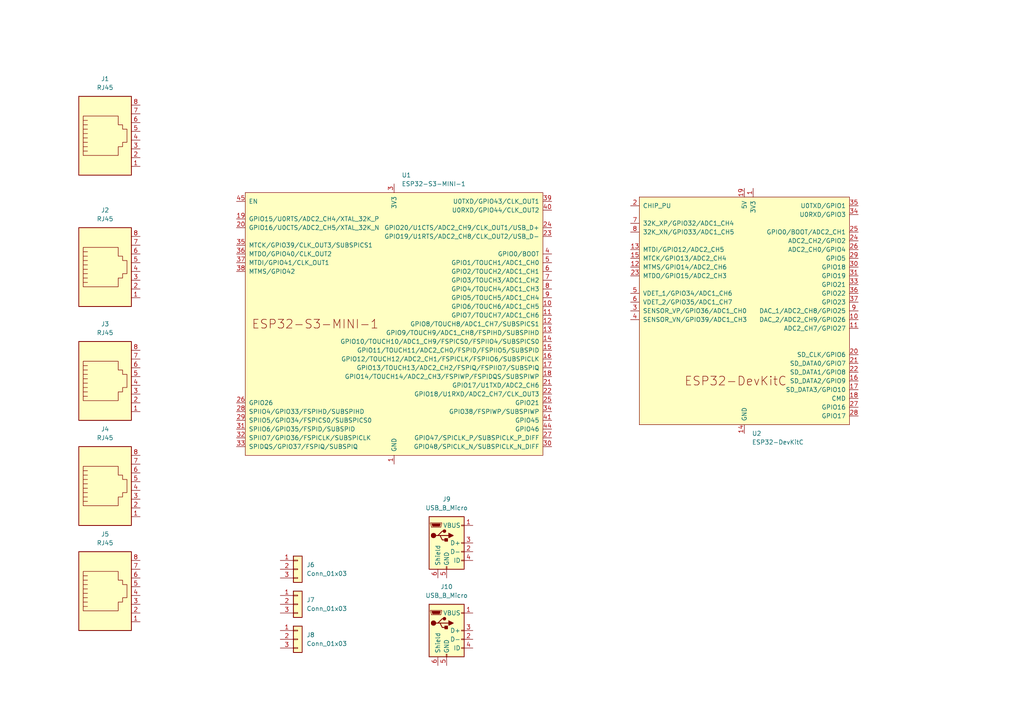
<source format=kicad_sch>
(kicad_sch (version 20230121) (generator eeschema)
  (paper "A4")
  (lib_symbols
    (symbol "Connector:RJ45" (pin_names (offset 1.016))
      (property "Reference" "J" (at -5.08 13.97 0))
      (property "Value" "RJ45" (at 2.54 13.97 0))
      (symbol "RJ45_0_1"
        (polyline (pts (xy -5.08 4.445) (xy -6.35 4.445)))
        (polyline (pts (xy -5.08 5.715) (xy -6.35 5.715)))
        (polyline (pts (xy -6.35 -3.175) (xy -5.08 -3.175) (xy -5.08 -3.175)))
        (polyline (pts (xy -6.35 -1.905) (xy -5.08 -1.905) (xy -5.08 -1.905)))
        (polyline (pts (xy -6.35 -0.635) (xy -5.08 -0.635) (xy -5.08 -0.635)))
        (polyline (pts (xy -6.35 0.635) (xy -5.08 0.635) (xy -5.08 0.635)))
        (polyline (pts (xy -6.35 1.905) (xy -5.08 1.905) (xy -5.08 1.905)))
        (polyline (pts (xy -5.08 3.175) (xy -6.35 3.175) (xy -6.35 3.175)))
        (polyline (pts (xy -6.35 -4.445) (xy -6.35 6.985) (xy 3.81 6.985) (xy 3.81 4.445) (xy 5.08 4.445) (xy 5.08 3.175) (xy 6.35 3.175) (xy 6.35 -0.635) (xy 5.08 -0.635) (xy 5.08 -1.905) (xy 3.81 -1.905) (xy 3.81 -4.445) (xy -6.35 -4.445) (xy -6.35 -4.445)))
        (rectangle (start 7.62 12.7) (end -7.62 -10.16) (stroke (width 0.254)) (fill (type background)))
      )
      (symbol "RJ45_1_1"
        (pin passive line (at 10.16 -7.62 180) (length 2.54) (name "~") (number "1"))
        (pin passive line (at 10.16 -5.08 180) (length 2.54) (name "~") (number "2"))
        (pin passive line (at 10.16 -2.54 180) (length 2.54) (name "~") (number "3"))
        (pin passive line (at 10.16 0 180) (length 2.54) (name "~") (number "4"))
        (pin passive line (at 10.16 2.54 180) (length 2.54) (name "~") (number "5"))
        (pin passive line (at 10.16 5.08 180) (length 2.54) (name "~") (number "6"))
        (pin passive line (at 10.16 7.62 180) (length 2.54) (name "~") (number "7"))
        (pin passive line (at 10.16 10.16 180) (length 2.54) (name "~") (number "8"))
      )
    )
    (symbol "Connector:USB_B_Micro" (pin_names (offset 1.016))
      (property "Reference" "J" (at -5.08 11.43 0))
      (property "Value" "USB_B_Micro" (at -5.08 8.89 0))
      (symbol "USB_B_Micro_0_1"
        (rectangle (start -5.08 -7.62) (end 5.08 7.62) (stroke (width 0.254)) (fill (type background)))
        (circle (center -3.81 2.159) (radius 0.635) (stroke (width 0.254)) (fill (type outline)))
        (circle (center -0.635 3.429) (radius 0.381) (stroke (width 0.254)) (fill (type outline)))
        (rectangle (start -0.127 -7.62) (end 0.127 -6.858))
        (polyline (pts (xy -1.905 2.159) (xy 0.635 2.159)) (stroke (width 0.254)))
        (polyline (pts (xy -3.175 2.159) (xy -2.54 2.159) (xy -1.27 3.429) (xy -0.635 3.429)) (stroke (width 0.254)))
        (polyline (pts (xy -2.54 2.159) (xy -1.905 2.159) (xy -1.27 0.889) (xy 0 0.889)) (stroke (width 0.254)))
        (polyline (pts (xy 0.635 2.794) (xy 0.635 1.524) (xy 1.905 2.159) (xy 0.635 2.794)) (stroke (width 0.254)) (fill (type outline)))
        (polyline (pts (xy -4.318 5.588) (xy -1.778 5.588) (xy -2.032 4.826) (xy -4.064 4.826) (xy -4.318 5.588)) (fill (type outline)))
        (polyline (pts (xy -4.699 5.842) (xy -4.699 5.588) (xy -4.445 4.826) (xy -4.445 4.572) (xy -1.651 4.572) (xy -1.651 4.826) (xy -1.397 5.588) (xy -1.397 5.842) (xy -4.699 5.842)))
        (rectangle (start 0.254 1.27) (end -0.508 0.508) (stroke (width 0.254)) (fill (type outline)))
        (rectangle (start 5.08 -5.207) (end 4.318 -4.953))
        (rectangle (start 5.08 -2.667) (end 4.318 -2.413))
        (rectangle (start 5.08 -0.127) (end 4.318 0.127))
        (rectangle (start 5.08 4.953) (end 4.318 5.207))
      )
      (symbol "USB_B_Micro_1_1"
        (pin power_out line (at 7.62 5.08 180) (length 2.54) (name "VBUS") (number "1"))
        (pin bidirectional line (at 7.62 -2.54 180) (length 2.54) (name "D-") (number "2"))
        (pin bidirectional line (at 7.62 0 180) (length 2.54) (name "D+") (number "3"))
        (pin passive line (at 7.62 -5.08 180) (length 2.54) (name "ID") (number "4"))
        (pin power_out line (at 0 -10.16 90) (length 2.54) (name "GND") (number "5"))
        (pin passive line (at -2.54 -10.16 90) (length 2.54) (name "Shield") (number "6"))
      )
    )
    (symbol "Connector_Generic:Conn_01x03" (pin_names (offset 1.016) hide)
      (property "Reference" "J" (at 0 5.08 0))
      (property "Value" "Conn_01x03" (at 0 -5.08 0))
      (symbol "Conn_01x03_1_1"
        (rectangle (start -1.27 -2.413) (end 0 -2.667) (stroke (width 0.1524)))
        (rectangle (start -1.27 0.127) (end 0 -0.127) (stroke (width 0.1524)))
        (rectangle (start -1.27 2.667) (end 0 2.413) (stroke (width 0.1524)))
        (rectangle (start -1.27 3.81) (end 1.27 -3.81) (stroke (width 0.254)) (fill (type background)))
        (pin passive line (at -5.08 2.54 0) (length 3.81) (name "Pin_1") (number "1"))
        (pin passive line (at -5.08 0 0) (length 3.81) (name "Pin_2") (number "2"))
        (pin passive line (at -5.08 -2.54 0) (length 3.81) (name "Pin_3") (number "3"))
      )
    )
    (symbol "PCM_Espressif:ESP32-DevKitC" (pin_names (offset 1.016))
      (property "Reference" "U" (at -30.48 38.1 0))
      (property "Value" "ESP32-DevKitC" (at -30.48 35.56 0))
      (symbol "ESP32-DevKitC_0_0"
        (text "ESP32-DevKitC" (at -2.54 -20.32 0) (effects (font (size 2.54 2.54))))
        (pin power_in line (at 0 -35.56 90) (length 2.54) (name "GND") (number "14"))
        (pin power_in line (at 0 35.56 270) (length 2.54) (name "5V") (number "19"))
      )
      (symbol "ESP32-DevKitC_0_1"
        (rectangle (start -30.48 33.02) (end 30.48 -33.02) (fill (type background)))
      )
      (symbol "ESP32-DevKitC_1_1"
        (pin power_in line (at 2.54 35.56 270) (length 2.54) (name "3V3") (number "1"))
        (pin bidirectional line (at 33.02 -2.54 180) (length 2.54) (name "DAC_2/ADC2_CH9/GPIO26") (number "10"))
        (pin bidirectional line (at 33.02 -5.08 180) (length 2.54) (name "ADC2_CH7/GPIO27") (number "11"))
        (pin bidirectional line (at -33.02 12.7 0) (length 2.54) (name "MTMS/GPIO14/ADC2_CH6") (number "12"))
        (pin bidirectional line (at -33.02 17.78 0) (length 2.54) (name "MTDI/GPIO12/ADC2_CH5") (number "13"))
        (pin bidirectional line (at -33.02 15.24 0) (length 2.54) (name "MTCK/GPIO13/ADC2_CH4") (number "15"))
        (pin bidirectional line (at 33.02 -20.32 180) (length 2.54) (name "SD_DATA2/GPIO9") (number "16"))
        (pin bidirectional line (at 33.02 -22.86 180) (length 2.54) (name "SD_DATA3/GPIO10") (number "17"))
        (pin bidirectional line (at 33.02 -25.4 180) (length 2.54) (name "CMD") (number "18"))
        (pin input line (at -33.02 30.48 0) (length 2.54) (name "CHIP_PU") (number "2"))
        (pin bidirectional line (at 33.02 -12.7 180) (length 2.54) (name "SD_CLK/GPIO6") (number "20"))
        (pin bidirectional line (at 33.02 -15.24 180) (length 2.54) (name "SD_DATA0/GPIO7") (number "21"))
        (pin bidirectional line (at 33.02 -17.78 180) (length 2.54) (name "SD_DATA1/GPIO8") (number "22"))
        (pin bidirectional line (at -33.02 10.16 0) (length 2.54) (name "MTDO/GPIO15/ADC2_CH3") (number "23"))
        (pin bidirectional line (at 33.02 20.32 180) (length 2.54) (name "ADC2_CH2/GPIO2") (number "24"))
        (pin bidirectional line (at 33.02 22.86 180) (length 2.54) (name "GPIO0/BOOT/ADC2_CH1") (number "25"))
        (pin bidirectional line (at 33.02 17.78 180) (length 2.54) (name "ADC2_CH0/GPIO4") (number "26"))
        (pin bidirectional line (at 33.02 -27.94 180) (length 2.54) (name "GPIO16") (number "27"))
        (pin bidirectional line (at 33.02 -30.48 180) (length 2.54) (name "GPIO17") (number "28"))
        (pin bidirectional line (at 33.02 15.24 180) (length 2.54) (name "GPIO5") (number "29"))
        (pin input line (at -33.02 0 0) (length 2.54) (name "SENSOR_VP/GPIO36/ADC1_CH0") (number "3"))
        (pin bidirectional line (at 33.02 12.7 180) (length 2.54) (name "GPIO18") (number "30"))
        (pin bidirectional line (at 33.02 10.16 180) (length 2.54) (name "GPIO19") (number "31"))
        (pin passive line (at 0 -35.56 90) (length 2.54) hide (name "GND") (number "32"))
        (pin bidirectional line (at 33.02 7.62 180) (length 2.54) (name "GPIO21") (number "33"))
        (pin bidirectional line (at 33.02 27.94 180) (length 2.54) (name "U0RXD/GPIO3") (number "34"))
        (pin bidirectional line (at 33.02 30.48 180) (length 2.54) (name "U0TXD/GPIO1") (number "35"))
        (pin bidirectional line (at 33.02 5.08 180) (length 2.54) (name "GPIO22") (number "36"))
        (pin bidirectional line (at 33.02 2.54 180) (length 2.54) (name "GPIO23") (number "37"))
        (pin passive line (at 0 -35.56 90) (length 2.54) hide (name "GND") (number "38"))
        (pin input line (at -33.02 -2.54 0) (length 2.54) (name "SENSOR_VN/GPIO39/ADC1_CH3") (number "4"))
        (pin input line (at -33.02 5.08 0) (length 2.54) (name "VDET_1/GPIO34/ADC1_CH6") (number "5"))
        (pin input line (at -33.02 2.54 0) (length 2.54) (name "VDET_2/GPIO35/ADC1_CH7") (number "6"))
        (pin bidirectional line (at -33.02 25.4 0) (length 2.54) (name "32K_XP/GPIO32/ADC1_CH4") (number "7"))
        (pin bidirectional line (at -33.02 22.86 0) (length 2.54) (name "32K_XN/GPIO33/ADC1_CH5") (number "8"))
        (pin bidirectional line (at 33.02 0 180) (length 2.54) (name "DAC_1/ADC2_CH8/GPIO25") (number "9"))
      )
    )
    (symbol "PCM_Espressif:ESP32-S3-MINI-1" (pin_names (offset 1.016))
      (property "Reference" "U" (at -43.18 43.18 0))
      (property "Value" "ESP32-S3-MINI-1" (at -43.18 40.64 0))
      (symbol "ESP32-S3-MINI-1_0_0"
        (text "ESP32-S3-MINI-1" (at -22.86 0 0) (effects (font (size 2.54 2.54))))
        (pin power_in line (at 0 -40.64 90) (length 2.54) (name "GND") (number "1"))
        (pin bidirectional line (at 45.72 5.08 180) (length 2.54) (name "GPIO6/TOUCH6/ADC1_CH5") (number "10"))
        (pin bidirectional line (at 45.72 2.54 180) (length 2.54) (name "GPIO7/TOUCH7/ADC1_CH6") (number "11"))
        (pin bidirectional line (at 45.72 0 180) (length 2.54) (name "GPIO8/TOUCH8/ADC1_CH7/SUBSPICS1") (number "12"))
        (pin bidirectional line (at 45.72 -2.54 180) (length 2.54) (name "GPIO9/TOUCH9/ADC1_CH8/FSPIHD/SUBSPIHD") (number "13"))
        (pin bidirectional line (at 45.72 -5.08 180) (length 2.54) (name "GPIO10/TOUCH10/ADC1_CH9/FSPICS0/FSPIIO4/SUBSPICS0") (number "14"))
        (pin bidirectional line (at 45.72 -7.62 180) (length 2.54) (name "GPIO11/TOUCH11/ADC2_CH0/FSPID/FSPIIO5/SUBSPID") (number "15"))
        (pin bidirectional line (at 45.72 -10.16 180) (length 2.54) (name "GPIO12/TOUCH12/ADC2_CH1/FSPICLK/FSPIIO6/SUBSPICLK") (number "16"))
        (pin bidirectional line (at 45.72 -12.7 180) (length 2.54) (name "GPIO13/TOUCH13/ADC2_CH2/FSPIQ/FSPIIO7/SUBSPIQ") (number "17"))
        (pin bidirectional line (at 45.72 -15.24 180) (length 2.54) (name "GPIO14/TOUCH14/ADC2_CH3/FSPIWP/FSPIDQS/SUBSPIWP") (number "18"))
        (pin bidirectional line (at -45.72 30.48 0) (length 2.54) (name "GPIO15/U0RTS/ADC2_CH4/XTAL_32K_P") (number "19"))
        (pin passive line (at 0 -40.64 90) (length 2.54) hide (name "GND") (number "2"))
        (pin bidirectional line (at -45.72 27.94 0) (length 2.54) (name "GPIO16/U0CTS/ADC2_CH5/XTAL_32K_N") (number "20"))
        (pin bidirectional line (at 45.72 -17.78 180) (length 2.54) (name "GPIO17/U1TXD/ADC2_CH6") (number "21"))
        (pin bidirectional line (at 45.72 -20.32 180) (length 2.54) (name "GPIO18/U1RXD/ADC2_CH7/CLK_OUT3") (number "22"))
        (pin bidirectional line (at 45.72 25.4 180) (length 2.54) (name "GPIO19/U1RTS/ADC2_CH8/CLK_OUT2/USB_D-") (number "23"))
        (pin bidirectional line (at 45.72 27.94 180) (length 2.54) (name "GPIO20/U1CTS/ADC2_CH9/CLK_OUT1/USB_D+") (number "24"))
        (pin bidirectional line (at 45.72 -22.86 180) (length 2.54) (name "GPIO21") (number "25"))
        (pin bidirectional line (at -45.72 -22.86 0) (length 2.54) (name "GPIO26") (number "26"))
        (pin bidirectional line (at 45.72 -33.02 180) (length 2.54) (name "GPIO47/SPICLK_P/SUBSPICLK_P_DIFF") (number "27"))
        (pin bidirectional line (at -45.72 -25.4 0) (length 2.54) (name "SPIIO4/GPIO33/FSPIHD/SUBSPIHD") (number "28"))
        (pin bidirectional line (at -45.72 -27.94 0) (length 2.54) (name "SPIIO5/GPIO34/FSPICS0/SUBSPICS0") (number "29"))
        (pin power_in line (at 0 40.64 270) (length 2.54) (name "3V3") (number "3"))
        (pin bidirectional line (at 45.72 -35.56 180) (length 2.54) (name "GPIO48/SPICLK_N/SUBSPICLK_N_DIFF") (number "30"))
        (pin bidirectional line (at -45.72 -30.48 0) (length 2.54) (name "SPIIO6/GPIO35/FSPID/SUBSPID") (number "31"))
        (pin bidirectional line (at -45.72 -33.02 0) (length 2.54) (name "SPIIO7/GPIO36/FSPICLK/SUBSPICLK") (number "32"))
        (pin bidirectional line (at -45.72 -35.56 0) (length 2.54) (name "SPIDQS/GPIO37/FSPIQ/SUBSPIQ") (number "33"))
        (pin bidirectional line (at 45.72 -25.4 180) (length 2.54) (name "GPIO38/FSPIWP/SUBSPIWP") (number "34"))
        (pin bidirectional line (at -45.72 22.86 0) (length 2.54) (name "MTCK/GPIO39/CLK_OUT3/SUBSPICS1") (number "35"))
        (pin bidirectional line (at -45.72 20.32 0) (length 2.54) (name "MTDO/GPIO40/CLK_OUT2") (number "36"))
        (pin bidirectional line (at -45.72 17.78 0) (length 2.54) (name "MTDI/GPIO41/CLK_OUT1") (number "37"))
        (pin bidirectional line (at -45.72 15.24 0) (length 2.54) (name "MTMS/GPIO42") (number "38"))
        (pin bidirectional line (at 45.72 35.56 180) (length 2.54) (name "U0TXD/GPIO43/CLK_OUT1") (number "39"))
        (pin bidirectional line (at 45.72 20.32 180) (length 2.54) (name "GPIO0/BOOT") (number "4"))
        (pin bidirectional line (at 45.72 33.02 180) (length 2.54) (name "U0RXD/GPIO44/CLK_OUT2") (number "40"))
        (pin bidirectional line (at 45.72 -27.94 180) (length 2.54) (name "GPIO45") (number "41"))
        (pin passive line (at 0 -40.64 90) (length 2.54) hide (name "GND") (number "42"))
        (pin passive line (at 0 -40.64 90) (length 2.54) hide (name "GND") (number "43"))
        (pin bidirectional line (at 45.72 -30.48 180) (length 2.54) (name "GPIO46") (number "44"))
        (pin input line (at -45.72 35.56 0) (length 2.54) (name "EN") (number "45"))
        (pin passive line (at 0 -40.64 90) (length 2.54) hide (name "GND") (number "46"))
        (pin passive line (at 0 -40.64 90) (length 2.54) hide (name "GND") (number "47"))
        (pin passive line (at 0 -40.64 90) (length 2.54) hide (name "GND") (number "48"))
        (pin passive line (at 0 -40.64 90) (length 2.54) hide (name "GND") (number "49"))
        (pin bidirectional line (at 45.72 17.78 180) (length 2.54) (name "GPIO1/TOUCH1/ADC1_CH0") (number "5"))
        (pin passive line (at 0 -40.64 90) (length 2.54) hide (name "GND") (number "50"))
        (pin passive line (at 0 -40.64 90) (length 2.54) hide (name "GND") (number "51"))
        (pin passive line (at 0 -40.64 90) (length 2.54) hide (name "GND") (number "52"))
        (pin passive line (at 0 -40.64 90) (length 2.54) hide (name "GND") (number "53"))
        (pin passive line (at 0 -40.64 90) (length 2.54) hide (name "GND") (number "54"))
        (pin passive line (at 0 -40.64 90) (length 2.54) hide (name "GND") (number "55"))
        (pin passive line (at 0 -40.64 90) (length 2.54) hide (name "GND") (number "56"))
        (pin passive line (at 0 -40.64 90) (length 2.54) hide (name "GND") (number "57"))
        (pin passive line (at 0 -40.64 90) (length 2.54) hide (name "GND") (number "58"))
        (pin passive line (at 0 -40.64 90) (length 2.54) hide (name "GND") (number "59"))
        (pin bidirectional line (at 45.72 15.24 180) (length 2.54) (name "GPIO2/TOUCH2/ADC1_CH1") (number "6"))
        (pin passive line (at 0 -40.64 90) (length 2.54) hide (name "GND") (number "60"))
        (pin passive line (at 0 -40.64 90) (length 2.54) hide (name "GND") (number "61"))
        (pin passive line (at 0 -40.64 90) (length 2.54) hide (name "GND") (number "62"))
        (pin passive line (at 0 -40.64 90) (length 2.54) hide (name "GND") (number "63"))
        (pin passive line (at 0 -40.64 90) (length 2.54) hide (name "GND") (number "64"))
        (pin passive line (at 0 -40.64 90) (length 2.54) hide (name "GND") (number "65"))
        (pin bidirectional line (at 45.72 12.7 180) (length 2.54) (name "GPIO3/TOUCH3/ADC1_CH2") (number "7"))
        (pin bidirectional line (at 45.72 10.16 180) (length 2.54) (name "GPIO4/TOUCH4/ADC1_CH3") (number "8"))
        (pin bidirectional line (at 45.72 7.62 180) (length 2.54) (name "GPIO5/TOUCH5/ADC1_CH4") (number "9"))
      )
      (symbol "ESP32-S3-MINI-1_0_1"
        (rectangle (start -43.18 38.1) (end 43.18 -38.1) (fill (type background)))
      )
    )
  )
  (symbol (lib_id "Connector_Generic:Conn_01x03") (at 86.36 175.26 0) (unit 1)
    (property "Reference" "J7" (at 88.9 173.99 0) (effects (justify left)))
    (property "Value" "Conn_01x03" (at 88.9 176.53 0) (effects (justify left)))
    (property "Footprint" "Connector_PinHeader_2.54mm:PinHeader_1x03_P2.54mm_Vertical" (effects hide))
  )
  (symbol (lib_id "Connector:USB_B_Micro") (at 129.54 182.88 0) (unit 1)
    (property "Reference" "J10" (at 129.54 170.18 0))
    (property "Value" "USB_B_Micro" (at 129.54 172.72 0))
    (property "Footprint" "ZX62M-B-5P_01_:HRS_ZX62M-B-5P-4" (effects hide))
  )
  (symbol (lib_id "Connector:RJ45") (at 30.48 172.72 0) (unit 1)
    (property "Reference" "J5" (at 30.48 154.94 0))
    (property "Value" "RJ45" (at 30.48 157.48 0))
    (property "Footprint" "Connector_RJ:RJ45_Amphenol_54602-x08_Horizontal" (effects hide))
  )
  (symbol (lib_id "Connector:RJ45") (at 30.48 78.74 0) (unit 1)
    (property "Reference" "J2" (at 30.48 60.96 0))
    (property "Value" "RJ45" (at 30.48 63.5 0))
    (property "Footprint" "Connector_RJ:RJ45_Amphenol_54602-x08_Horizontal" (effects hide))
  )
  (symbol (lib_id "PCM_Espressif:ESP32-S3-MINI-1") (at 114.3 93.98 0) (unit 1)
    (property "Reference" "U1" (at 116.4941 50.8 0) (effects (justify left)))
    (property "Value" "ESP32-S3-MINI-1" (at 116.4941 53.34 0) (effects (justify left)))
    (property "Footprint" "PCM_Espressif:ESP32-S3-MINI-1" (effects hide))
    (property "Datasheet" "https://www.espressif.com/sites/default/files/documentation/esp32-s3-mini-1_mini-1u_datasheet_en.pdf" (effects hide))
  )
  (symbol (lib_id "Connector_Generic:Conn_01x03") (at 86.36 185.42 0) (unit 1)
    (property "Reference" "J8" (at 88.9 184.15 0) (effects (justify left)))
    (property "Value" "Conn_01x03" (at 88.9 186.69 0) (effects (justify left)))
    (property "Footprint" "Connector_PinHeader_2.54mm:PinHeader_1x03_P2.54mm_Vertical" (effects hide))
  )
  (symbol (lib_id "Connector:RJ45") (at 30.48 40.64 0) (unit 1)
    (property "Reference" "J1" (at 30.48 22.86 0))
    (property "Value" "RJ45" (at 30.48 25.4 0))
    (property "Footprint" "Connector_RJ:RJ45_Amphenol_54602-x08_Horizontal" (effects hide))
  )
  (symbol (lib_id "Connector:RJ45") (at 30.48 142.24 0) (unit 1)
    (property "Reference" "J4" (at 30.48 124.46 0))
    (property "Value" "RJ45" (at 30.48 127 0))
    (property "Footprint" "Connector_RJ:RJ45_Amphenol_54602-x08_Horizontal" (effects hide))
  )
  (symbol (lib_id "Connector_Generic:Conn_01x03") (at 86.36 165.1 0) (unit 1)
    (property "Reference" "J6" (at 88.9 163.83 0) (effects (justify left)))
    (property "Value" "Conn_01x03" (at 88.9 166.37 0) (effects (justify left)))
    (property "Footprint" "Connector_PinHeader_2.54mm:PinHeader_1x03_P2.54mm_Vertical" (effects hide))
  )
  (symbol (lib_id "Connector:USB_B_Micro") (at 129.54 157.48 0) (unit 1)
    (property "Reference" "J9" (at 129.54 144.78 0))
    (property "Value" "USB_B_Micro" (at 129.54 147.32 0))
    (property "Footprint" "ZX62M-B-5P_01_:HRS_ZX62M-B-5P-4" (effects hide))
  )
  (symbol (lib_id "Connector:RJ45") (at 30.48 111.76 0) (unit 1)
    (property "Reference" "J3" (at 30.48 93.98 0))
    (property "Value" "RJ45" (at 30.48 96.52 0))
    (property "Footprint" "Connector_RJ:RJ45_Amphenol_54602-x08_Horizontal" (effects hide))
  )
  (symbol (lib_id "PCM_Espressif:ESP32-DevKitC") (at 215.9 90.17 0) (unit 1)
    (property "Reference" "U2" (at 218.0941 125.73 0) (effects (justify left)))
    (property "Value" "ESP32-DevKitC" (at 218.0941 128.27 0) (effects (justify left)))
    (property "Footprint" "PCM_Espressif:ESP32-DevKitC" (effects hide))
    (property "Datasheet" "https://docs.espressif.com/projects/esp-idf/zh_CN/latest/esp32/hw-reference/esp32/get-started-devkitc.html" (effects hide))
  )
)
</source>
